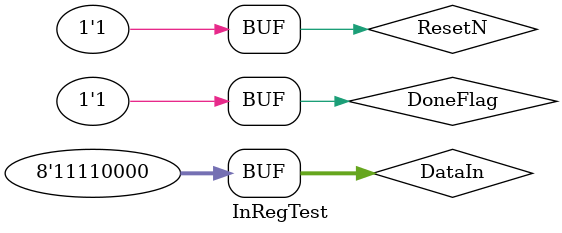
<source format=v>


`timescale 1ns/1ns
module InRegTest();

//Regs
reg DoneFlag, ResetN;
reg [7:0] DataIn;

//wire
wire [7:0] RegIn;

//Design module instance
InReg ForTest(DoneFlag, ResetN, DataIn, RegIn);

//Reset 
initial begin
        ResetN = 1'b0;
    #20 ResetN = 1'b1;
end

//DoneFlag
initial begin
        DoneFlag = 1'b1;
    #20 DoneFlag = 1'b0;
    #10 DoneFlag = 1'b1;
    #20 DoneFlag = 1'b0;
    #10 DoneFlag = 1'b1;
    #20 DoneFlag = 1'b0;
    #10 DoneFlag = 1'b1;
    #20 DoneFlag = 1'b0;
    #10 DoneFlag = 1'b1;
end

//DataIn
initial begin
        DataIn = 8'b0000_1111;
    #10 DataIn = 8'b0000_0001;
    #10 DataIn = 8'b0100_1111;
    #10 DataIn = 8'b0011_1101;
    #10 DataIn = 8'b1010_1001;
    #10 DataIn = 8'b1101_0011;
    #10 DataIn = 8'b1110_1100;
    #10 DataIn = 8'b0000_1111;
    #10 DataIn = 8'b0110_1011;
    #10 DataIn = 8'b1100_1010;
    #10 DataIn = 8'b0111_1000;
    #10 DataIn = 8'b0011_1100;
    #10 DataIn = 8'b1111_0000;
end

endmodule
</source>
